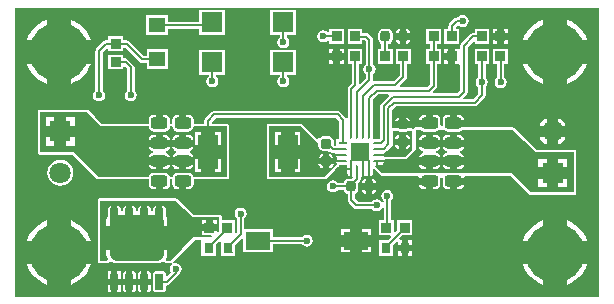
<source format=gtl>
G04*
G04 #@! TF.GenerationSoftware,Altium Limited,Altium Designer,19.1.6 (110)*
G04*
G04 Layer_Physical_Order=1*
G04 Layer_Color=255*
%FSLAX43Y43*%
%MOMM*%
G71*
G01*
G75*
%ADD11C,0.200*%
%ADD35R,2.150X1.500*%
G04:AMPARAMS|DCode=36|XSize=4.52mm|YSize=3.85mm|CornerRadius=0.481mm|HoleSize=0mm|Usage=FLASHONLY|Rotation=180.000|XOffset=0mm|YOffset=0mm|HoleType=Round|Shape=RoundedRectangle|*
%AMROUNDEDRECTD36*
21,1,4.520,2.888,0,0,180.0*
21,1,3.558,3.850,0,0,180.0*
1,1,0.963,-1.779,1.444*
1,1,0.963,1.779,1.444*
1,1,0.963,1.779,-1.444*
1,1,0.963,-1.779,-1.444*
%
%ADD36ROUNDEDRECTD36*%
G04:AMPARAMS|DCode=37|XSize=0.71mm|YSize=1.372mm|CornerRadius=0.089mm|HoleSize=0mm|Usage=FLASHONLY|Rotation=180.000|XOffset=0mm|YOffset=0mm|HoleType=Round|Shape=RoundedRectangle|*
%AMROUNDEDRECTD37*
21,1,0.710,1.195,0,0,180.0*
21,1,0.532,1.372,0,0,180.0*
1,1,0.178,-0.266,0.597*
1,1,0.178,0.266,0.597*
1,1,0.178,0.266,-0.597*
1,1,0.178,-0.266,-0.597*
%
%ADD37ROUNDEDRECTD37*%
%ADD38R,0.710X1.372*%
%ADD39R,1.800X1.700*%
%ADD40R,0.850X0.900*%
%ADD41R,1.750X3.000*%
%ADD42R,1.650X1.650*%
G04:AMPARAMS|DCode=43|XSize=0.25mm|YSize=0.7mm|CornerRadius=0.063mm|HoleSize=0mm|Usage=FLASHONLY|Rotation=0.000|XOffset=0mm|YOffset=0mm|HoleType=Round|Shape=RoundedRectangle|*
%AMROUNDEDRECTD43*
21,1,0.250,0.575,0,0,0.0*
21,1,0.125,0.700,0,0,0.0*
1,1,0.125,0.063,-0.288*
1,1,0.125,-0.063,-0.288*
1,1,0.125,-0.063,0.288*
1,1,0.125,0.063,0.288*
%
%ADD43ROUNDEDRECTD43*%
G04:AMPARAMS|DCode=44|XSize=0.25mm|YSize=0.7mm|CornerRadius=0.063mm|HoleSize=0mm|Usage=FLASHONLY|Rotation=90.000|XOffset=0mm|YOffset=0mm|HoleType=Round|Shape=RoundedRectangle|*
%AMROUNDEDRECTD44*
21,1,0.250,0.575,0,0,90.0*
21,1,0.125,0.700,0,0,90.0*
1,1,0.125,0.288,0.063*
1,1,0.125,0.288,-0.063*
1,1,0.125,-0.288,-0.063*
1,1,0.125,-0.288,0.063*
%
%ADD44ROUNDEDRECTD44*%
%ADD45R,0.700X0.250*%
G04:AMPARAMS|DCode=46|XSize=1.4mm|YSize=1mm|CornerRadius=0.25mm|HoleSize=0mm|Usage=FLASHONLY|Rotation=180.000|XOffset=0mm|YOffset=0mm|HoleType=Round|Shape=RoundedRectangle|*
%AMROUNDEDRECTD46*
21,1,1.400,0.500,0,0,180.0*
21,1,0.900,1.000,0,0,180.0*
1,1,0.500,-0.450,0.250*
1,1,0.500,0.450,0.250*
1,1,0.500,0.450,-0.250*
1,1,0.500,-0.450,-0.250*
%
%ADD46ROUNDEDRECTD46*%
G04:AMPARAMS|DCode=47|XSize=0.9mm|YSize=0.8mm|CornerRadius=0.2mm|HoleSize=0mm|Usage=FLASHONLY|Rotation=180.000|XOffset=0mm|YOffset=0mm|HoleType=Round|Shape=RoundedRectangle|*
%AMROUNDEDRECTD47*
21,1,0.900,0.400,0,0,180.0*
21,1,0.500,0.800,0,0,180.0*
1,1,0.400,-0.250,0.200*
1,1,0.400,0.250,0.200*
1,1,0.400,0.250,-0.200*
1,1,0.400,-0.250,-0.200*
%
%ADD47ROUNDEDRECTD47*%
G04:AMPARAMS|DCode=48|XSize=0.9mm|YSize=0.8mm|CornerRadius=0.2mm|HoleSize=0mm|Usage=FLASHONLY|Rotation=90.000|XOffset=0mm|YOffset=0mm|HoleType=Round|Shape=RoundedRectangle|*
%AMROUNDEDRECTD48*
21,1,0.900,0.400,0,0,90.0*
21,1,0.500,0.800,0,0,90.0*
1,1,0.400,0.200,0.250*
1,1,0.400,0.200,-0.250*
1,1,0.400,-0.200,-0.250*
1,1,0.400,-0.200,0.250*
%
%ADD48ROUNDEDRECTD48*%
%ADD49R,0.900X0.850*%
%ADD50R,1.400X1.300*%
%ADD51R,0.800X0.950*%
%ADD52C,1.800*%
%ADD53R,1.800X1.800*%
%ADD54C,5.000*%
%ADD55C,0.600*%
G36*
X49745Y255D02*
X255D01*
Y24745D01*
X49745D01*
Y255D01*
D02*
G37*
%LPC*%
G36*
X38200Y24110D02*
X38005Y24071D01*
X37840Y23960D01*
X37803Y23906D01*
X37700D01*
X37700Y23906D01*
X37583Y23883D01*
X37484Y23816D01*
X37059Y23391D01*
X36992Y23292D01*
X36969Y23175D01*
X36969Y23175D01*
Y22950D01*
X36650D01*
Y21650D01*
X37900D01*
Y22950D01*
X37650D01*
X37610Y23077D01*
X37778Y23246D01*
X37840Y23240D01*
X38005Y23129D01*
X38200Y23090D01*
X38395Y23129D01*
X38560Y23240D01*
X38671Y23405D01*
X38710Y23600D01*
X38671Y23795D01*
X38560Y23960D01*
X38395Y24071D01*
X38200Y24110D01*
D02*
G37*
G36*
X18100Y24550D02*
X15900D01*
Y23556D01*
X13200D01*
Y24100D01*
X11400D01*
Y22400D01*
X13200D01*
Y22944D01*
X15900D01*
Y22450D01*
X18100D01*
Y24550D01*
D02*
G37*
G36*
X28150Y22950D02*
X26900D01*
Y22680D01*
X26773Y22642D01*
X26760Y22660D01*
X26595Y22771D01*
X26400Y22810D01*
X26205Y22771D01*
X26040Y22660D01*
X25929Y22495D01*
X25890Y22300D01*
X25929Y22105D01*
X26040Y21940D01*
X26205Y21829D01*
X26400Y21790D01*
X26595Y21829D01*
X26760Y21940D01*
X26773Y21958D01*
X26900Y21920D01*
Y21650D01*
X28150D01*
Y22950D01*
D02*
G37*
G36*
X42000D02*
X41675D01*
Y22600D01*
X42000D01*
Y22950D01*
D02*
G37*
G36*
X41075D02*
X40750D01*
Y22600D01*
X41075D01*
Y22950D01*
D02*
G37*
G36*
X33415Y22945D02*
Y22565D01*
X33755D01*
X33727Y22706D01*
X33638Y22838D01*
X33506Y22927D01*
X33415Y22945D01*
D02*
G37*
G36*
X32885D02*
X32794Y22927D01*
X32662Y22838D01*
X32573Y22706D01*
X32545Y22565D01*
X32885D01*
Y22945D01*
D02*
G37*
G36*
X47000Y23725D02*
Y22000D01*
X48725D01*
X48592Y22321D01*
X48353Y22710D01*
X48057Y23057D01*
X47710Y23353D01*
X47321Y23592D01*
X47000Y23725D01*
D02*
G37*
G36*
X45000D02*
X44679Y23592D01*
X44290Y23353D01*
X43943Y23057D01*
X43647Y22710D01*
X43408Y22321D01*
X43275Y22000D01*
X45000D01*
Y23725D01*
D02*
G37*
G36*
X5000D02*
Y22000D01*
X6725D01*
X6592Y22321D01*
X6353Y22710D01*
X6057Y23057D01*
X5710Y23353D01*
X5321Y23592D01*
X5000Y23725D01*
D02*
G37*
G36*
X3000D02*
X2679Y23592D01*
X2290Y23353D01*
X1943Y23057D01*
X1647Y22710D01*
X1408Y22321D01*
X1275Y22000D01*
X3000D01*
Y23725D01*
D02*
G37*
G36*
X9450Y22300D02*
X8150D01*
Y21981D01*
X8008D01*
X8008Y21981D01*
X7891Y21958D01*
X7791Y21891D01*
X7791Y21891D01*
X7184Y21284D01*
X7117Y21184D01*
X7094Y21067D01*
X7094Y21067D01*
Y17697D01*
X7040Y17660D01*
X6929Y17495D01*
X6890Y17300D01*
X6929Y17105D01*
X7040Y16940D01*
X7205Y16829D01*
X7400Y16790D01*
X7595Y16829D01*
X7760Y16940D01*
X7871Y17105D01*
X7910Y17300D01*
X7871Y17495D01*
X7760Y17660D01*
X7706Y17697D01*
Y20941D01*
X8023Y21258D01*
X8150Y21205D01*
Y21050D01*
X9450D01*
Y21350D01*
X9617D01*
X10834Y20134D01*
X10933Y20067D01*
X11050Y20044D01*
X11450D01*
Y19500D01*
X13250D01*
Y21200D01*
X11450D01*
Y20656D01*
X11177D01*
X9960Y21872D01*
X9861Y21938D01*
X9744Y21962D01*
X9744Y21962D01*
X9450D01*
Y22300D01*
D02*
G37*
G36*
X33755Y22035D02*
X33415D01*
Y21655D01*
X33506Y21673D01*
X33638Y21762D01*
X33727Y21894D01*
X33755Y22035D01*
D02*
G37*
G36*
X32885D02*
X32545D01*
X32573Y21894D01*
X32662Y21762D01*
X32794Y21673D01*
X32885Y21655D01*
Y22035D01*
D02*
G37*
G36*
X42000Y22000D02*
X41675D01*
Y21650D01*
X42000D01*
Y22000D01*
D02*
G37*
G36*
X41075D02*
X40750D01*
Y21650D01*
X41075D01*
Y22000D01*
D02*
G37*
G36*
X24100Y24550D02*
X21900D01*
Y22450D01*
X22694D01*
Y22197D01*
X22640Y22160D01*
X22529Y21995D01*
X22490Y21800D01*
X22529Y21605D01*
X22640Y21440D01*
X22805Y21329D01*
X23000Y21290D01*
X23195Y21329D01*
X23360Y21440D01*
X23471Y21605D01*
X23510Y21800D01*
X23471Y21995D01*
X23360Y22160D01*
X23306Y22197D01*
Y22450D01*
X24100D01*
Y24550D01*
D02*
G37*
G36*
X28150Y21250D02*
X27825D01*
Y20900D01*
X28150D01*
Y21250D01*
D02*
G37*
G36*
X27225D02*
X26900D01*
Y20900D01*
X27225D01*
Y21250D01*
D02*
G37*
G36*
X36975D02*
X36650D01*
Y20900D01*
X36975D01*
Y21250D01*
D02*
G37*
G36*
X31850Y22958D02*
X31450D01*
X31294Y22927D01*
X31162Y22838D01*
X31073Y22706D01*
X31042Y22550D01*
Y22050D01*
X31073Y21894D01*
X31162Y21761D01*
X31294Y21673D01*
X31294Y21673D01*
Y21250D01*
X31000D01*
Y19950D01*
X32250D01*
Y21250D01*
X31906D01*
Y21653D01*
X32006Y21673D01*
X32138Y21761D01*
X32227Y21894D01*
X32258Y22050D01*
Y22550D01*
X32227Y22706D01*
X32138Y22838D01*
X32006Y22927D01*
X31850Y22958D01*
D02*
G37*
G36*
X28150Y20300D02*
X27825D01*
Y19950D01*
X28150D01*
Y20300D01*
D02*
G37*
G36*
X27225D02*
X26900D01*
Y19950D01*
X27225D01*
Y20300D01*
D02*
G37*
G36*
X36975D02*
X36650D01*
Y19950D01*
X36975D01*
Y20300D01*
D02*
G37*
G36*
X48725Y20000D02*
X47000D01*
Y18275D01*
X47321Y18408D01*
X47710Y18647D01*
X48057Y18943D01*
X48353Y19290D01*
X48592Y19679D01*
X48725Y20000D01*
D02*
G37*
G36*
X45000D02*
X43275D01*
X43408Y19679D01*
X43647Y19290D01*
X43943Y18943D01*
X44290Y18647D01*
X44679Y18408D01*
X45000Y18275D01*
Y20000D01*
D02*
G37*
G36*
X6725D02*
X5000D01*
Y18275D01*
X5321Y18408D01*
X5710Y18647D01*
X6057Y18943D01*
X6353Y19290D01*
X6592Y19679D01*
X6725Y20000D01*
D02*
G37*
G36*
X3000D02*
X1275D01*
X1408Y19679D01*
X1647Y19290D01*
X1943Y18943D01*
X2290Y18647D01*
X2679Y18408D01*
X3000Y18275D01*
Y20000D01*
D02*
G37*
G36*
X24100Y21150D02*
X21900D01*
Y19050D01*
X22694D01*
Y18897D01*
X22640Y18860D01*
X22529Y18695D01*
X22490Y18500D01*
X22529Y18305D01*
X22640Y18140D01*
X22805Y18029D01*
X23000Y17990D01*
X23195Y18029D01*
X23360Y18140D01*
X23471Y18305D01*
X23510Y18500D01*
X23471Y18695D01*
X23360Y18860D01*
X23306Y18897D01*
Y19050D01*
X24100D01*
Y21150D01*
D02*
G37*
G36*
X18100D02*
X15900D01*
Y19050D01*
X16694D01*
Y18897D01*
X16640Y18860D01*
X16529Y18695D01*
X16490Y18500D01*
X16529Y18305D01*
X16640Y18140D01*
X16805Y18029D01*
X17000Y17990D01*
X17195Y18029D01*
X17360Y18140D01*
X17471Y18305D01*
X17510Y18500D01*
X17471Y18695D01*
X17360Y18860D01*
X17306Y18897D01*
Y19050D01*
X18100D01*
Y21150D01*
D02*
G37*
G36*
X42000Y21250D02*
X40750D01*
Y19950D01*
X41094D01*
Y18797D01*
X41040Y18760D01*
X40929Y18595D01*
X40890Y18400D01*
X40929Y18205D01*
X41040Y18040D01*
X41205Y17929D01*
X41400Y17890D01*
X41595Y17929D01*
X41760Y18040D01*
X41871Y18205D01*
X41910Y18400D01*
X41871Y18595D01*
X41760Y18760D01*
X41706Y18797D01*
Y19950D01*
X42000D01*
Y21250D01*
D02*
G37*
G36*
X40450Y22950D02*
X39200D01*
Y22606D01*
X39100D01*
X38983Y22583D01*
X38884Y22516D01*
X38084Y21716D01*
X38017Y21617D01*
X37994Y21500D01*
X37994Y21500D01*
Y21329D01*
X37900Y21250D01*
X37867Y21250D01*
X37575D01*
Y20600D01*
Y19950D01*
X37867D01*
X37900Y19950D01*
X37994Y19871D01*
Y17759D01*
X37741Y17506D01*
X35704D01*
X35656Y17623D01*
X35941Y17909D01*
X35941Y17909D01*
X36008Y18008D01*
X36031Y18125D01*
Y19950D01*
X36350D01*
Y21250D01*
X36031D01*
Y21650D01*
X36350D01*
Y22950D01*
X35100D01*
Y21650D01*
X35419D01*
Y21250D01*
X35100D01*
Y19950D01*
X35419D01*
Y18252D01*
X35173Y18006D01*
X32904D01*
X32856Y18123D01*
X33391Y18659D01*
X33458Y18758D01*
X33481Y18875D01*
X33481Y18875D01*
Y19950D01*
X33800D01*
Y21250D01*
X32550D01*
Y19950D01*
X32869D01*
Y19002D01*
X32373Y18506D01*
X30717D01*
X30678Y18527D01*
X30627Y18578D01*
X30606Y18617D01*
Y19103D01*
X30660Y19140D01*
X30771Y19305D01*
X30810Y19500D01*
X30771Y19695D01*
X30660Y19860D01*
X30606Y19897D01*
Y22000D01*
X30583Y22117D01*
X30516Y22216D01*
X30241Y22491D01*
X30142Y22558D01*
X30025Y22581D01*
X30025Y22581D01*
X29700D01*
Y22950D01*
X28450D01*
Y21650D01*
X29700D01*
Y21969D01*
X29898D01*
X29994Y21873D01*
Y19897D01*
X29940Y19860D01*
X29829Y19695D01*
X29790Y19500D01*
X29829Y19305D01*
X29940Y19140D01*
X29994Y19103D01*
Y18727D01*
X29533Y18265D01*
X29406Y18318D01*
Y19950D01*
X29700D01*
Y21250D01*
X28450D01*
Y19950D01*
X28794D01*
Y18327D01*
X28534Y18066D01*
X28467Y17967D01*
X28444Y17850D01*
X28444Y17850D01*
Y15411D01*
X28430Y15406D01*
X28317Y15390D01*
X28266Y15466D01*
X27816Y15916D01*
X27717Y15983D01*
X27600Y16006D01*
X27600Y16006D01*
X17175D01*
X17058Y15983D01*
X16959Y15916D01*
X16959Y15916D01*
X16409Y15366D01*
X16342Y15267D01*
X16319Y15150D01*
X16319Y15150D01*
Y14904D01*
X15409D01*
Y15200D01*
X15374Y15376D01*
X15274Y15524D01*
X15126Y15624D01*
X14950Y15659D01*
X14800D01*
Y14950D01*
X14200D01*
Y15659D01*
X14050D01*
X13874Y15624D01*
X13726Y15524D01*
X13626Y15376D01*
X13591Y15200D01*
Y14904D01*
X13409D01*
Y15200D01*
X13374Y15376D01*
X13274Y15524D01*
X13126Y15624D01*
X12950Y15659D01*
X12800D01*
Y14950D01*
X12200D01*
Y15659D01*
X12050D01*
X11874Y15624D01*
X11726Y15524D01*
X11626Y15376D01*
X11591Y15200D01*
Y14904D01*
X7581D01*
X6551Y16037D01*
X6547Y16040D01*
X6544Y16044D01*
X6515Y16064D01*
X6487Y16084D01*
X6482Y16086D01*
X6478Y16088D01*
X6444Y16095D01*
X6410Y16104D01*
X6405Y16103D01*
X6400Y16104D01*
X2400D01*
X2322Y16088D01*
X2256Y16044D01*
X2212Y15978D01*
X2196Y15900D01*
Y12500D01*
X2212Y12422D01*
X2256Y12356D01*
X2322Y12312D01*
X2400Y12296D01*
X5118D01*
X7259Y10252D01*
X7291Y10232D01*
X7322Y10212D01*
X7324Y10211D01*
X7326Y10210D01*
X7363Y10203D01*
X7400Y10196D01*
X11591D01*
Y9800D01*
X11626Y9624D01*
X11726Y9476D01*
X11874Y9376D01*
X12050Y9341D01*
X12200D01*
Y10050D01*
X12800D01*
Y9341D01*
X12950D01*
X13126Y9376D01*
X13274Y9476D01*
X13374Y9624D01*
X13409Y9800D01*
Y10196D01*
X13591D01*
Y9800D01*
X13626Y9624D01*
X13726Y9476D01*
X13874Y9376D01*
X14050Y9341D01*
X14200D01*
Y10050D01*
X14800D01*
Y9341D01*
X14950D01*
X15126Y9376D01*
X15274Y9476D01*
X15374Y9624D01*
X15409Y9800D01*
Y10196D01*
X18200D01*
X18278Y10212D01*
X18344Y10256D01*
X18388Y10322D01*
X18404Y10400D01*
Y14700D01*
X18388Y14778D01*
X18344Y14844D01*
X18278Y14888D01*
X18200Y14904D01*
X16949D01*
X16938Y15031D01*
X17302Y15394D01*
X27473D01*
X27744Y15123D01*
Y13575D01*
X27500D01*
Y13056D01*
X27331D01*
X27283Y13104D01*
Y13425D01*
X27252Y13581D01*
X27163Y13713D01*
X27031Y13802D01*
X26875Y13833D01*
X26375D01*
X26219Y13802D01*
X26086Y13713D01*
X26059Y13672D01*
X25892Y13651D01*
X24559Y14852D01*
X24529Y14869D01*
X24500Y14888D01*
X24495Y14889D01*
X24490Y14892D01*
X24456Y14897D01*
X24422Y14904D01*
X21800Y14904D01*
X21722Y14888D01*
X21656Y14844D01*
X21612Y14778D01*
X21596Y14700D01*
Y10400D01*
X21612Y10322D01*
X21656Y10256D01*
X21722Y10212D01*
X21800Y10196D01*
X26456Y10196D01*
X26491Y10203D01*
X26527Y10209D01*
X26530Y10211D01*
X26534Y10212D01*
X26564Y10232D01*
X26595Y10251D01*
X27239Y10851D01*
X27241Y10854D01*
X27244Y10856D01*
X27369Y10981D01*
X27386Y11006D01*
X27390Y11010D01*
X27394Y11014D01*
X27419Y11031D01*
X27641Y11252D01*
X27644Y11254D01*
X27652Y11267D01*
X27663Y11277D01*
X27687Y11309D01*
X27700Y11337D01*
X27716Y11364D01*
X27737Y11425D01*
X27763Y11420D01*
X28307D01*
X28372Y11372D01*
X28420Y11307D01*
Y11150D01*
X28750D01*
Y11050D01*
X28850D01*
Y10453D01*
X28893Y10405D01*
X28894Y10375D01*
X28781Y10258D01*
X28550D01*
X28394Y10227D01*
X28262Y10138D01*
X28173Y10006D01*
X28153Y9906D01*
X27597D01*
X27560Y9960D01*
X27395Y10071D01*
X27200Y10110D01*
X27005Y10071D01*
X26840Y9960D01*
X26729Y9795D01*
X26690Y9600D01*
X26729Y9405D01*
X26840Y9240D01*
X27005Y9129D01*
X27200Y9090D01*
X27395Y9129D01*
X27560Y9240D01*
X27597Y9294D01*
X28153D01*
X28173Y9194D01*
X28262Y9062D01*
X28394Y8973D01*
X28444Y8963D01*
Y8450D01*
X28444Y8450D01*
X28467Y8333D01*
X28534Y8234D01*
X28984Y7784D01*
X29083Y7717D01*
X29200Y7694D01*
X29200Y7694D01*
X30503D01*
X30540Y7640D01*
X30705Y7529D01*
X30900Y7490D01*
X31095Y7529D01*
X31260Y7640D01*
X31367Y7799D01*
X31377Y7801D01*
X31494Y7758D01*
Y6750D01*
X31100D01*
Y5450D01*
X32051D01*
X32100Y5333D01*
X31842Y5075D01*
X31075D01*
Y3725D01*
X32275D01*
Y4642D01*
X32598Y4965D01*
X32725Y4913D01*
Y4665D01*
X33060D01*
Y5075D01*
X32887D01*
X32835Y5202D01*
X33083Y5450D01*
X33900D01*
Y6750D01*
X32650D01*
Y5883D01*
X32467Y5700D01*
X32350Y5749D01*
Y6750D01*
X32106D01*
Y8403D01*
X32160Y8440D01*
X32271Y8605D01*
X32310Y8800D01*
X32271Y8995D01*
X32160Y9160D01*
X31995Y9271D01*
X31800Y9310D01*
X31605Y9271D01*
X31440Y9160D01*
X31329Y8995D01*
X31290Y8800D01*
X31329Y8605D01*
X31440Y8440D01*
X31494Y8403D01*
Y8242D01*
X31377Y8199D01*
X31367Y8201D01*
X31260Y8360D01*
X31095Y8471D01*
X30900Y8510D01*
X30705Y8471D01*
X30540Y8360D01*
X30503Y8306D01*
X29327D01*
X29056Y8577D01*
Y8963D01*
X29106Y8973D01*
X29238Y9062D01*
X29327Y9194D01*
X29358Y9350D01*
Y9850D01*
X29353Y9875D01*
X29466Y9988D01*
X29466Y9988D01*
X29533Y10087D01*
X29556Y10204D01*
Y10394D01*
X29650Y10469D01*
Y11050D01*
X29850D01*
Y10502D01*
X29915Y10515D01*
X30000Y10572D01*
X30085Y10515D01*
X30150Y10502D01*
Y11050D01*
X30350D01*
Y10502D01*
X30415Y10515D01*
X30502Y10573D01*
X30560Y10660D01*
X30580Y10762D01*
Y11052D01*
X30707Y11104D01*
X31256Y10556D01*
X31322Y10512D01*
X31400Y10496D01*
X34401D01*
X34505Y10369D01*
X34501Y10350D01*
X35400D01*
Y10050D01*
X35700D01*
Y9341D01*
X35850D01*
X36026Y9376D01*
X36174Y9476D01*
X36274Y9624D01*
X36309Y9800D01*
Y10300D01*
X36400Y10381D01*
X36458Y10329D01*
X36491Y10274D01*
Y9800D01*
X36526Y9624D01*
X36626Y9476D01*
X36774Y9376D01*
X36950Y9341D01*
X37100D01*
Y10050D01*
X37400D01*
Y10350D01*
X38299D01*
X38295Y10369D01*
X38399Y10496D01*
X42312D01*
X43751Y8961D01*
X43754Y8959D01*
X43756Y8956D01*
X43786Y8935D01*
X43816Y8914D01*
X43819Y8913D01*
X43822Y8912D01*
X43858Y8904D01*
X43893Y8896D01*
X43897Y8897D01*
X43900Y8896D01*
X47600D01*
X47678Y8912D01*
X47744Y8956D01*
X47788Y9022D01*
X47804Y9100D01*
Y12500D01*
X47788Y12578D01*
X47744Y12644D01*
X47678Y12688D01*
X47600Y12704D01*
X44481D01*
X42540Y14548D01*
X42509Y14568D01*
X42478Y14588D01*
X42475Y14589D01*
X42473Y14590D01*
X42436Y14597D01*
X42400Y14604D01*
X38388D01*
X38350Y14650D01*
X37400D01*
Y14950D01*
X37100D01*
Y15659D01*
X36950D01*
X36774Y15624D01*
X36626Y15524D01*
X36526Y15376D01*
X36491Y15200D01*
Y14700D01*
X36482Y14689D01*
X36431D01*
X36309Y14812D01*
Y15200D01*
X36274Y15376D01*
X36174Y15524D01*
X36026Y15624D01*
X35850Y15659D01*
X35700D01*
Y14950D01*
X35400D01*
Y14650D01*
X34450D01*
X34412Y14604D01*
X34200D01*
X34122Y14588D01*
X34056Y14544D01*
X34012Y14478D01*
X33984Y14484D01*
X33978Y14488D01*
X33900Y14504D01*
X33829D01*
X33762Y14585D01*
X33100D01*
X32438D01*
X32371Y14504D01*
X32278D01*
X32206Y14563D01*
Y16073D01*
X32527Y16394D01*
X39200D01*
X39200Y16394D01*
X39317Y16417D01*
X39416Y16484D01*
X40041Y17109D01*
X40041Y17109D01*
X40108Y17208D01*
X40131Y17325D01*
X40131Y17325D01*
Y18020D01*
X40160Y18040D01*
X40271Y18205D01*
X40310Y18400D01*
X40271Y18595D01*
X40160Y18760D01*
X40131Y18780D01*
Y19950D01*
X40450D01*
Y21250D01*
X39200D01*
Y19950D01*
X39519D01*
Y18814D01*
X39440Y18760D01*
X39329Y18595D01*
X39290Y18400D01*
X39329Y18205D01*
X39440Y18040D01*
X39519Y17986D01*
Y17452D01*
X39073Y17006D01*
X38272D01*
X38223Y17123D01*
X38516Y17416D01*
X38583Y17516D01*
X38606Y17633D01*
Y21373D01*
X39083Y21850D01*
X39200Y21801D01*
Y21650D01*
X40450D01*
Y22950D01*
D02*
G37*
G36*
X9450Y20750D02*
X8150D01*
Y19500D01*
X9450D01*
Y19750D01*
X9577Y19790D01*
X9794Y19573D01*
Y17697D01*
X9740Y17660D01*
X9629Y17495D01*
X9590Y17300D01*
X9629Y17105D01*
X9740Y16940D01*
X9905Y16829D01*
X10100Y16790D01*
X10295Y16829D01*
X10460Y16940D01*
X10571Y17105D01*
X10610Y17300D01*
X10571Y17495D01*
X10460Y17660D01*
X10406Y17697D01*
Y19700D01*
X10383Y19817D01*
X10316Y19916D01*
X9891Y20341D01*
X9792Y20408D01*
X9675Y20431D01*
X9675Y20431D01*
X9450D01*
Y20750D01*
D02*
G37*
G36*
X37850Y15659D02*
X37700D01*
Y15250D01*
X38299D01*
X38274Y15376D01*
X38174Y15524D01*
X38026Y15624D01*
X37850Y15659D01*
D02*
G37*
G36*
X35100D02*
X34950D01*
X34774Y15624D01*
X34626Y15524D01*
X34526Y15376D01*
X34501Y15250D01*
X35100D01*
Y15659D01*
D02*
G37*
G36*
X33365Y15455D02*
Y15115D01*
X33745D01*
X33727Y15206D01*
X33638Y15338D01*
X33506Y15427D01*
X33365Y15455D01*
D02*
G37*
G36*
X32835D02*
X32694Y15427D01*
X32561Y15338D01*
X32473Y15206D01*
X32455Y15115D01*
X32835D01*
Y15455D01*
D02*
G37*
G36*
X46300Y15342D02*
Y14750D01*
X46892D01*
X46848Y14855D01*
X46656Y15106D01*
X46405Y15298D01*
X46300Y15342D01*
D02*
G37*
G36*
X45300D02*
X45195Y15298D01*
X44944Y15106D01*
X44752Y14855D01*
X44708Y14750D01*
X45300D01*
Y15342D01*
D02*
G37*
G36*
X46892Y13750D02*
X46300D01*
Y13158D01*
X46405Y13202D01*
X46656Y13394D01*
X46848Y13645D01*
X46892Y13750D01*
D02*
G37*
G36*
X45300D02*
X44708D01*
X44752Y13645D01*
X44944Y13394D01*
X45195Y13202D01*
X45300Y13158D01*
Y13750D01*
D02*
G37*
G36*
X28650Y10950D02*
X28420D01*
Y10762D01*
X28440Y10660D01*
X28498Y10573D01*
X28585Y10515D01*
X28650Y10502D01*
Y10950D01*
D02*
G37*
G36*
X30515Y10245D02*
Y9865D01*
X30855D01*
X30827Y10006D01*
X30738Y10139D01*
X30606Y10227D01*
X30515Y10245D01*
D02*
G37*
G36*
X29985D02*
X29894Y10227D01*
X29762Y10139D01*
X29673Y10006D01*
X29645Y9865D01*
X29985D01*
Y10245D01*
D02*
G37*
G36*
X4125Y11859D02*
X3838Y11822D01*
X3570Y11711D01*
X3340Y11535D01*
X3164Y11305D01*
X3053Y11037D01*
X3016Y10750D01*
X3053Y10463D01*
X3164Y10195D01*
X3340Y9965D01*
X3570Y9789D01*
X3838Y9678D01*
X4125Y9641D01*
X4412Y9678D01*
X4680Y9789D01*
X4910Y9965D01*
X5086Y10195D01*
X5197Y10463D01*
X5234Y10750D01*
X5197Y11037D01*
X5086Y11305D01*
X4910Y11535D01*
X4680Y11711D01*
X4412Y11822D01*
X4125Y11859D01*
D02*
G37*
G36*
X38299Y9750D02*
X37700D01*
Y9341D01*
X37850D01*
X38026Y9376D01*
X38174Y9476D01*
X38274Y9624D01*
X38299Y9750D01*
D02*
G37*
G36*
X35100D02*
X34501D01*
X34526Y9624D01*
X34626Y9476D01*
X34774Y9376D01*
X34950Y9341D01*
X35100D01*
Y9750D01*
D02*
G37*
G36*
X30855Y9335D02*
X30515D01*
Y8955D01*
X30606Y8973D01*
X30738Y9062D01*
X30827Y9194D01*
X30855Y9335D01*
D02*
G37*
G36*
X29985D02*
X29645D01*
X29673Y9194D01*
X29762Y9062D01*
X29894Y8973D01*
X29985Y8955D01*
Y9335D01*
D02*
G37*
G36*
X30400Y5950D02*
X29625D01*
Y5500D01*
X30400D01*
Y5950D01*
D02*
G37*
G36*
X28625D02*
X27850D01*
Y5500D01*
X28625D01*
Y5950D01*
D02*
G37*
G36*
X47000Y6725D02*
Y5000D01*
X48725D01*
X48592Y5321D01*
X48353Y5710D01*
X48057Y6057D01*
X47710Y6353D01*
X47321Y6592D01*
X47000Y6725D01*
D02*
G37*
G36*
X45000D02*
X44679Y6592D01*
X44290Y6353D01*
X43943Y6057D01*
X43647Y5710D01*
X43408Y5321D01*
X43275Y5000D01*
X45000D01*
Y6725D01*
D02*
G37*
G36*
X5000D02*
Y5000D01*
X6725D01*
X6592Y5321D01*
X6353Y5710D01*
X6057Y6057D01*
X5710Y6353D01*
X5321Y6592D01*
X5000Y6725D01*
D02*
G37*
G36*
X3000D02*
X2679Y6592D01*
X2290Y6353D01*
X1943Y6057D01*
X1647Y5710D01*
X1408Y5321D01*
X1275Y5000D01*
X3000D01*
Y6725D01*
D02*
G37*
G36*
X33925Y5075D02*
X33590D01*
Y4665D01*
X33925D01*
Y5075D01*
D02*
G37*
G36*
X7500Y8604D02*
X7422Y8588D01*
X7356Y8544D01*
X7312Y8478D01*
X7296Y8400D01*
X7296Y3300D01*
X7312Y3222D01*
X7356Y3156D01*
X7422Y3112D01*
X7500Y3096D01*
X8084D01*
X8116Y3103D01*
X8149Y3107D01*
X8155Y3110D01*
X8162Y3112D01*
X8189Y3130D01*
X8218Y3147D01*
X8222Y3152D01*
X8228Y3156D01*
X8246Y3183D01*
X8266Y3210D01*
X8268Y3212D01*
X8288Y3231D01*
X8314Y3244D01*
X8322Y3246D01*
X8422Y3254D01*
X8478Y3211D01*
X8644Y3143D01*
X8821Y3119D01*
X12379D01*
X12557Y3143D01*
X12722Y3211D01*
X12779Y3254D01*
X12878Y3246D01*
X12886Y3244D01*
X12912Y3231D01*
X12933Y3212D01*
X12934Y3210D01*
X12954Y3183D01*
X12972Y3156D01*
X12978Y3152D01*
X12982Y3147D01*
X13011Y3130D01*
X13039Y3112D01*
X13045Y3110D01*
X13051Y3107D01*
X13084Y3103D01*
X13117Y3096D01*
X13474D01*
X13476Y3096D01*
X13478Y3096D01*
X13515Y3104D01*
X13552Y3112D01*
X13556Y3103D01*
X13568Y3052D01*
X13522Y2935D01*
X13429Y2795D01*
X13390Y2600D01*
X13429Y2405D01*
X13492Y2310D01*
X13183Y2000D01*
X13066Y2049D01*
Y2127D01*
X13043Y2240D01*
X12980Y2335D01*
X12884Y2399D01*
X12771Y2422D01*
X12239D01*
X12126Y2399D01*
X12031Y2335D01*
X11967Y2240D01*
X11944Y2127D01*
Y933D01*
X11967Y820D01*
X12031Y724D01*
X12126Y661D01*
X12239Y638D01*
X12771D01*
X12884Y661D01*
X12980Y724D01*
X13043Y820D01*
X13066Y933D01*
Y1136D01*
X13145Y1224D01*
X13262Y1247D01*
X13361Y1314D01*
X14116Y2069D01*
X14116Y2069D01*
X14183Y2168D01*
X14187Y2191D01*
X14260Y2240D01*
X14371Y2405D01*
X14410Y2600D01*
X14371Y2795D01*
X14260Y2960D01*
X14095Y3071D01*
X13900Y3110D01*
X13804Y3091D01*
X13687Y3100D01*
X13639Y3178D01*
X13646Y3184D01*
X15487Y5096D01*
X15957D01*
X16075Y5075D01*
Y3725D01*
X17275D01*
Y4642D01*
X17598Y4965D01*
X17725Y4913D01*
Y3725D01*
X18595D01*
X18625Y3719D01*
X18655Y3725D01*
X18925D01*
Y3995D01*
X18931Y4025D01*
X18925Y4055D01*
Y4642D01*
X19483Y5200D01*
X19600Y5151D01*
Y4050D01*
X22150D01*
Y4694D01*
X24603D01*
X24640Y4640D01*
X24805Y4529D01*
X25000Y4490D01*
X25195Y4529D01*
X25360Y4640D01*
X25471Y4805D01*
X25510Y5000D01*
X25471Y5195D01*
X25360Y5360D01*
X25195Y5471D01*
X25000Y5510D01*
X24805Y5471D01*
X24640Y5360D01*
X24603Y5306D01*
X22150D01*
Y5950D01*
X19706D01*
Y6903D01*
X19760Y6940D01*
X19871Y7105D01*
X19910Y7300D01*
X19871Y7495D01*
X19760Y7660D01*
X19595Y7771D01*
X19400Y7810D01*
X19205Y7771D01*
X19040Y7660D01*
X18929Y7495D01*
X18890Y7300D01*
X18929Y7105D01*
X19040Y6940D01*
X19094Y6903D01*
Y5689D01*
X19018Y5628D01*
X18900Y5680D01*
Y6750D01*
X17804D01*
Y7000D01*
X17788Y7078D01*
X17744Y7144D01*
X17678Y7188D01*
X17600Y7204D01*
X16600D01*
X15459Y7204D01*
X13977Y8551D01*
X13947Y8569D01*
X13918Y8588D01*
X13913Y8589D01*
X13909Y8592D01*
X13874Y8597D01*
X13840Y8604D01*
X7500Y8604D01*
D02*
G37*
G36*
X30400Y4500D02*
X29625D01*
Y4050D01*
X30400D01*
Y4500D01*
D02*
G37*
G36*
X28625D02*
X27850D01*
Y4050D01*
X28625D01*
Y4500D01*
D02*
G37*
G36*
X33925Y4135D02*
X33590D01*
Y3725D01*
X33925D01*
Y4135D01*
D02*
G37*
G36*
X33060D02*
X32725D01*
Y3725D01*
X33060D01*
Y4135D01*
D02*
G37*
G36*
X11501Y2422D02*
X11500D01*
Y1795D01*
X11796D01*
Y2127D01*
X11773Y2240D01*
X11710Y2335D01*
X11614Y2399D01*
X11501Y2422D01*
D02*
G37*
G36*
X10231D02*
X10230D01*
Y1795D01*
X10526D01*
Y2127D01*
X10503Y2240D01*
X10440Y2335D01*
X10344Y2399D01*
X10231Y2422D01*
D02*
G37*
G36*
X9250Y2416D02*
X8960D01*
Y1795D01*
X9250D01*
Y2416D01*
D02*
G37*
G36*
X8430D02*
X8140D01*
Y1795D01*
X8430D01*
Y2416D01*
D02*
G37*
G36*
X10970Y2422D02*
X10969D01*
X10856Y2399D01*
X10761Y2335D01*
X10697Y2240D01*
X10674Y2127D01*
Y1795D01*
X10970D01*
Y2422D01*
D02*
G37*
G36*
X9700D02*
X9699D01*
X9586Y2399D01*
X9491Y2335D01*
X9427Y2240D01*
X9404Y2127D01*
Y1795D01*
X9700D01*
Y2422D01*
D02*
G37*
G36*
X48725Y3000D02*
X47000D01*
Y1275D01*
X47321Y1408D01*
X47710Y1647D01*
X48057Y1943D01*
X48353Y2290D01*
X48592Y2679D01*
X48725Y3000D01*
D02*
G37*
G36*
X45000D02*
X43275D01*
X43408Y2679D01*
X43647Y2290D01*
X43943Y1943D01*
X44290Y1647D01*
X44679Y1408D01*
X45000Y1275D01*
Y3000D01*
D02*
G37*
G36*
X6725D02*
X5000D01*
Y1275D01*
X5321Y1408D01*
X5710Y1647D01*
X6057Y1943D01*
X6353Y2290D01*
X6592Y2679D01*
X6725Y3000D01*
D02*
G37*
G36*
X3000D02*
X1275D01*
X1408Y2679D01*
X1647Y2290D01*
X1943Y1943D01*
X2290Y1647D01*
X2679Y1408D01*
X3000Y1275D01*
Y3000D01*
D02*
G37*
G36*
X9250Y1265D02*
X8960D01*
Y644D01*
X9250D01*
Y1265D01*
D02*
G37*
G36*
X8430D02*
X8140D01*
Y644D01*
X8430D01*
Y1265D01*
D02*
G37*
G36*
X11796D02*
X11500D01*
Y638D01*
X11501D01*
X11614Y661D01*
X11710Y724D01*
X11773Y820D01*
X11796Y933D01*
Y1265D01*
D02*
G37*
G36*
X10970D02*
X10674D01*
Y933D01*
X10697Y820D01*
X10761Y724D01*
X10856Y661D01*
X10969Y638D01*
X10970D01*
Y1265D01*
D02*
G37*
G36*
X10526D02*
X10230D01*
Y638D01*
X10231D01*
X10344Y661D01*
X10440Y724D01*
X10503Y820D01*
X10526Y933D01*
Y1265D01*
D02*
G37*
G36*
X9700D02*
X9404D01*
Y933D01*
X9427Y820D01*
X9491Y724D01*
X9586Y661D01*
X9699Y638D01*
X9700D01*
Y1265D01*
D02*
G37*
%LPD*%
G36*
X33900Y12700D02*
X33300Y12100D01*
X31577D01*
X31536Y12150D01*
X30950D01*
Y12350D01*
X31501D01*
X31518Y12436D01*
X31591Y12482D01*
X31642Y12492D01*
X31741Y12559D01*
X32116Y12934D01*
X32116Y12934D01*
X32130Y12954D01*
X32278Y13081D01*
Y14300D01*
X32654D01*
X32694Y14273D01*
X32850Y14242D01*
X33350D01*
X33506Y14273D01*
X33546Y14300D01*
X33900D01*
Y12700D01*
D02*
G37*
G36*
X44400Y12500D02*
X47600D01*
Y9100D01*
X43900D01*
X42400Y10700D01*
X38061D01*
X38026Y10724D01*
X37850Y10759D01*
X36950D01*
X36774Y10724D01*
X36739Y10700D01*
X36061D01*
X36026Y10724D01*
X35850Y10759D01*
X34950D01*
X34774Y10724D01*
X34739Y10700D01*
X31400D01*
X30797Y11303D01*
X30846Y11420D01*
X30850D01*
Y11750D01*
X30950D01*
Y11850D01*
X31556D01*
X31618Y11896D01*
X33300D01*
X33300Y11896D01*
X33378Y11912D01*
X33444Y11956D01*
X33588Y12100D01*
X33600D01*
X34200Y12700D01*
X34200Y14400D01*
X34609D01*
X34626Y14376D01*
X34774Y14276D01*
X34950Y14241D01*
X35850D01*
X36026Y14276D01*
X36174Y14376D01*
X36191Y14400D01*
X36609D01*
X36626Y14376D01*
X36774Y14276D01*
X36950Y14241D01*
X37850D01*
X38026Y14276D01*
X38174Y14376D01*
X38191Y14400D01*
X42400D01*
X44400Y12500D01*
D02*
G37*
G36*
X31944Y17277D02*
X31284Y16616D01*
X31217Y16517D01*
X31194Y16400D01*
X31194Y16400D01*
Y13627D01*
X31148Y13580D01*
X30693D01*
X30628Y13628D01*
X30580Y13693D01*
Y14238D01*
X30560Y14340D01*
X30556Y14346D01*
Y16923D01*
X31027Y17394D01*
X31896D01*
X31944Y17277D01*
D02*
G37*
G36*
X24422Y14700D02*
X25967Y13310D01*
Y13025D01*
X25998Y12869D01*
X26086Y12737D01*
X26219Y12648D01*
X26375Y12617D01*
X26736D01*
X26873Y12494D01*
X27046D01*
X27087Y12467D01*
X27204Y12444D01*
X27394D01*
X27469Y12350D01*
X28050D01*
Y12150D01*
X27502D01*
X27515Y12085D01*
X27572Y12000D01*
X27515Y11915D01*
X27502Y11850D01*
X28050D01*
Y11650D01*
X27502D01*
X27515Y11585D01*
X27555Y11525D01*
X27523Y11430D01*
X27499Y11398D01*
X27498Y11398D01*
X27275Y11175D01*
X27176Y11256D01*
X27252Y11369D01*
X27270Y11460D01*
X26890D01*
Y11120D01*
X27031Y11148D01*
X27144Y11224D01*
X27225Y11125D01*
X27100Y11000D01*
X26456Y10400D01*
X21800Y10400D01*
Y14700D01*
X24422Y14700D01*
D02*
G37*
G36*
X7491Y14700D02*
X11591D01*
X11626Y14524D01*
X11726Y14376D01*
X11874Y14276D01*
X12050Y14241D01*
X12950D01*
X13126Y14276D01*
X13274Y14376D01*
X13374Y14524D01*
X13409Y14700D01*
X13591D01*
X13626Y14524D01*
X13726Y14376D01*
X13874Y14276D01*
X14050Y14241D01*
X14950D01*
X15126Y14276D01*
X15274Y14376D01*
X15374Y14524D01*
X15409Y14700D01*
X18200D01*
Y10400D01*
X15389D01*
X15374Y10476D01*
X15274Y10624D01*
X15126Y10724D01*
X14950Y10759D01*
X14050D01*
X13874Y10724D01*
X13726Y10624D01*
X13626Y10476D01*
X13611Y10400D01*
X13389D01*
X13374Y10476D01*
X13274Y10624D01*
X13126Y10724D01*
X12950Y10759D01*
X12050D01*
X11874Y10724D01*
X11726Y10624D01*
X11626Y10476D01*
X11611Y10400D01*
X7400D01*
X5200Y12500D01*
X2400D01*
Y15900D01*
X6400D01*
X7491Y14700D01*
D02*
G37*
%LPC*%
G36*
X33365Y13955D02*
Y13615D01*
X33745D01*
X33727Y13706D01*
X33638Y13838D01*
X33506Y13927D01*
X33365Y13955D01*
D02*
G37*
G36*
X32835D02*
X32694Y13927D01*
X32562Y13838D01*
X32473Y13706D01*
X32455Y13615D01*
X32835D01*
Y13955D01*
D02*
G37*
G36*
X33745Y13085D02*
X33365D01*
Y12745D01*
X33506Y12773D01*
X33638Y12862D01*
X33727Y12994D01*
X33745Y13085D01*
D02*
G37*
G36*
X32835D02*
X32455D01*
X32473Y12994D01*
X32562Y12862D01*
X32694Y12773D01*
X32835Y12745D01*
Y13085D01*
D02*
G37*
G36*
X37850Y13959D02*
X37700D01*
Y13550D01*
X38299D01*
X38274Y13676D01*
X38174Y13824D01*
X38026Y13924D01*
X37850Y13959D01*
D02*
G37*
G36*
X35850D02*
X35700D01*
Y13550D01*
X36299D01*
X36274Y13676D01*
X36174Y13824D01*
X36026Y13924D01*
X35850Y13959D01*
D02*
G37*
G36*
X37100D02*
X36950D01*
X36774Y13924D01*
X36626Y13824D01*
X36526Y13676D01*
X36501Y13550D01*
X37100D01*
Y13959D01*
D02*
G37*
G36*
X35100D02*
X34950D01*
X34774Y13924D01*
X34626Y13824D01*
X34526Y13676D01*
X34501Y13550D01*
X35100D01*
Y13959D01*
D02*
G37*
G36*
X38299Y12950D02*
X37400D01*
X36501D01*
X36526Y12824D01*
X36626Y12676D01*
X36774Y12576D01*
X36832Y12565D01*
Y12435D01*
X36774Y12424D01*
X36626Y12324D01*
X36526Y12176D01*
X36501Y12050D01*
X38299D01*
X38274Y12176D01*
X38174Y12324D01*
X38026Y12424D01*
X37968Y12435D01*
Y12565D01*
X38026Y12576D01*
X38174Y12676D01*
X38274Y12824D01*
X38299Y12950D01*
D02*
G37*
G36*
X36299D02*
X35400D01*
X34501D01*
X34526Y12824D01*
X34626Y12676D01*
X34774Y12576D01*
X34832Y12565D01*
Y12435D01*
X34774Y12424D01*
X34626Y12324D01*
X34526Y12176D01*
X34501Y12050D01*
X36299D01*
X36274Y12176D01*
X36174Y12324D01*
X36026Y12424D01*
X35968Y12435D01*
Y12565D01*
X36026Y12576D01*
X36174Y12676D01*
X36274Y12824D01*
X36299Y12950D01*
D02*
G37*
G36*
X31498Y11650D02*
X31050D01*
Y11420D01*
X31237D01*
X31340Y11440D01*
X31427Y11498D01*
X31485Y11585D01*
X31498Y11650D01*
D02*
G37*
G36*
X47000Y11950D02*
X46300D01*
Y11250D01*
X47000D01*
Y11950D01*
D02*
G37*
G36*
X45300D02*
X44600D01*
Y11250D01*
X45300D01*
Y11950D01*
D02*
G37*
G36*
X38299Y11450D02*
X37700D01*
Y11041D01*
X37850D01*
X38026Y11076D01*
X38174Y11176D01*
X38274Y11324D01*
X38299Y11450D01*
D02*
G37*
G36*
X37100D02*
X36501D01*
X36526Y11324D01*
X36626Y11176D01*
X36774Y11076D01*
X36950Y11041D01*
X37100D01*
Y11450D01*
D02*
G37*
G36*
X36299D02*
X35700D01*
Y11041D01*
X35850D01*
X36026Y11076D01*
X36174Y11176D01*
X36274Y11324D01*
X36299Y11450D01*
D02*
G37*
G36*
X35100D02*
X34501D01*
X34526Y11324D01*
X34626Y11176D01*
X34774Y11076D01*
X34950Y11041D01*
X35100D01*
Y11450D01*
D02*
G37*
G36*
X47000Y10250D02*
X46300D01*
Y9550D01*
X47000D01*
Y10250D01*
D02*
G37*
G36*
X45300D02*
X44600D01*
Y9550D01*
X45300D01*
Y10250D01*
D02*
G37*
G36*
X24450Y14200D02*
X23975D01*
Y13100D01*
X24450D01*
Y14200D01*
D02*
G37*
G36*
X22775D02*
X22300D01*
Y13100D01*
X22775D01*
Y14200D01*
D02*
G37*
G36*
X26890Y12330D02*
Y11990D01*
X27270D01*
X27252Y12081D01*
X27163Y12213D01*
X27031Y12302D01*
X26890Y12330D01*
D02*
G37*
G36*
X26360D02*
X26219Y12302D01*
X26087Y12213D01*
X25998Y12081D01*
X25980Y11990D01*
X26360D01*
Y12330D01*
D02*
G37*
G36*
Y11460D02*
X25980D01*
X25998Y11369D01*
X26087Y11237D01*
X26219Y11148D01*
X26360Y11120D01*
Y11460D01*
D02*
G37*
G36*
X24450Y11900D02*
X23975D01*
Y10800D01*
X24450D01*
Y11900D01*
D02*
G37*
G36*
X22775D02*
X22300D01*
Y10800D01*
X22775D01*
Y11900D01*
D02*
G37*
G36*
X5325Y15450D02*
X4625D01*
Y14750D01*
X5325D01*
Y15450D01*
D02*
G37*
G36*
X3625D02*
X2925D01*
Y14750D01*
X3625D01*
Y15450D01*
D02*
G37*
G36*
X14950Y13959D02*
X14800D01*
Y13550D01*
X15399D01*
X15374Y13676D01*
X15274Y13824D01*
X15126Y13924D01*
X14950Y13959D01*
D02*
G37*
G36*
X12950D02*
X12800D01*
Y13550D01*
X13399D01*
X13374Y13676D01*
X13274Y13824D01*
X13126Y13924D01*
X12950Y13959D01*
D02*
G37*
G36*
X14200D02*
X14050D01*
X13874Y13924D01*
X13726Y13824D01*
X13626Y13676D01*
X13601Y13550D01*
X14200D01*
Y13959D01*
D02*
G37*
G36*
X12200D02*
X12050D01*
X11874Y13924D01*
X11726Y13824D01*
X11626Y13676D01*
X11601Y13550D01*
X12200D01*
Y13959D01*
D02*
G37*
G36*
X17700Y14200D02*
X17225D01*
Y13100D01*
X17700D01*
Y14200D01*
D02*
G37*
G36*
X16025D02*
X15550D01*
Y13100D01*
X16025D01*
Y14200D01*
D02*
G37*
G36*
X5325Y13750D02*
X4625D01*
Y13050D01*
X5325D01*
Y13750D01*
D02*
G37*
G36*
X3625D02*
X2925D01*
Y13050D01*
X3625D01*
Y13750D01*
D02*
G37*
G36*
X15399Y12950D02*
X14500D01*
X13601D01*
X13626Y12824D01*
X13726Y12676D01*
X13874Y12576D01*
X13932Y12565D01*
Y12435D01*
X13874Y12424D01*
X13726Y12324D01*
X13626Y12176D01*
X13601Y12050D01*
X15399D01*
X15374Y12176D01*
X15274Y12324D01*
X15126Y12424D01*
X15068Y12435D01*
Y12565D01*
X15126Y12576D01*
X15274Y12676D01*
X15374Y12824D01*
X15399Y12950D01*
D02*
G37*
G36*
X13399D02*
X12500D01*
X11601D01*
X11626Y12824D01*
X11726Y12676D01*
X11874Y12576D01*
X11932Y12565D01*
Y12435D01*
X11874Y12424D01*
X11726Y12324D01*
X11626Y12176D01*
X11601Y12050D01*
X13399D01*
X13374Y12176D01*
X13274Y12324D01*
X13126Y12424D01*
X13068Y12435D01*
Y12565D01*
X13126Y12576D01*
X13274Y12676D01*
X13374Y12824D01*
X13399Y12950D01*
D02*
G37*
G36*
X15399Y11450D02*
X14800D01*
Y11041D01*
X14950D01*
X15126Y11076D01*
X15274Y11176D01*
X15374Y11324D01*
X15399Y11450D01*
D02*
G37*
G36*
X14200D02*
X13601D01*
X13626Y11324D01*
X13726Y11176D01*
X13874Y11076D01*
X14050Y11041D01*
X14200D01*
Y11450D01*
D02*
G37*
G36*
X13399D02*
X12800D01*
Y11041D01*
X12950D01*
X13126Y11076D01*
X13274Y11176D01*
X13374Y11324D01*
X13399Y11450D01*
D02*
G37*
G36*
X12200D02*
X11601D01*
X11626Y11324D01*
X11726Y11176D01*
X11874Y11076D01*
X12050Y11041D01*
X12200D01*
Y11450D01*
D02*
G37*
G36*
X17700Y11900D02*
X17225D01*
Y10800D01*
X17700D01*
Y11900D01*
D02*
G37*
G36*
X16025D02*
X15550D01*
Y10800D01*
X16025D01*
Y11900D01*
D02*
G37*
%LPD*%
G36*
X13840Y8400D02*
X15380Y7000D01*
X16600Y7000D01*
X17600D01*
X17600Y5833D01*
X17467Y5700D01*
X17350Y5749D01*
Y5800D01*
X16725D01*
X16100D01*
Y5450D01*
X16924D01*
X16992Y5323D01*
X16976Y5300D01*
X15400Y5300D01*
X13474Y3300D01*
X13117D01*
X13110Y3314D01*
X13067Y3427D01*
X13140Y3602D01*
X13167Y3806D01*
Y4250D01*
X10600D01*
X8033D01*
Y3806D01*
X8060Y3602D01*
X8133Y3427D01*
X8090Y3314D01*
X8084Y3300D01*
X7500D01*
X7500Y8400D01*
X13840Y8400D01*
D02*
G37*
%LPC*%
G36*
X12771Y7962D02*
X12770D01*
Y7070D01*
X12240D01*
Y7962D01*
X12239D01*
X12126Y7939D01*
X12031Y7875D01*
X11967Y7780D01*
X11944Y7667D01*
Y7482D01*
X11796D01*
Y7667D01*
X11773Y7780D01*
X11710Y7875D01*
X11614Y7939D01*
X11501Y7962D01*
X11500D01*
Y7070D01*
X10970D01*
Y7962D01*
X10969D01*
X10856Y7939D01*
X10761Y7875D01*
X10697Y7780D01*
X10674Y7667D01*
Y7482D01*
X10526D01*
Y7667D01*
X10503Y7780D01*
X10440Y7875D01*
X10344Y7939D01*
X10231Y7962D01*
X10230D01*
Y7070D01*
X9700D01*
Y7962D01*
X9699D01*
X9586Y7939D01*
X9491Y7875D01*
X9427Y7780D01*
X9404Y7667D01*
Y7482D01*
X9256D01*
Y7667D01*
X9233Y7780D01*
X9170Y7875D01*
X9074Y7939D01*
X8961Y7962D01*
X8960D01*
Y7070D01*
X8430D01*
Y7962D01*
X8429D01*
X8316Y7939D01*
X8221Y7875D01*
X8157Y7780D01*
X8134Y7667D01*
Y7077D01*
X8060Y6898D01*
X8033Y6694D01*
Y6250D01*
X10600D01*
X13167D01*
Y6694D01*
X13140Y6898D01*
X13066Y7077D01*
Y7667D01*
X13043Y7780D01*
X12980Y7875D01*
X12884Y7939D01*
X12771Y7962D01*
D02*
G37*
G36*
X17350Y6750D02*
X17025D01*
Y6400D01*
X17350D01*
Y6750D01*
D02*
G37*
G36*
X16425D02*
X16100D01*
Y6400D01*
X16425D01*
Y6750D01*
D02*
G37*
%LPD*%
D11*
X38300Y17633D02*
Y21500D01*
X37867Y17200D02*
X38300Y17633D01*
Y21500D02*
X39100Y22300D01*
X40950Y13250D02*
X41400Y13700D01*
X39825Y17325D02*
Y20600D01*
X31800Y6175D02*
Y8800D01*
X29200Y8000D02*
X30900D01*
X32400Y16700D02*
X39200D01*
X32300Y17200D02*
X37867D01*
X37700Y23600D02*
X38200D01*
X17175Y15700D02*
X27600D01*
X16625Y15150D02*
X17175Y15700D01*
X16625Y12500D02*
Y15150D01*
X27200Y9600D02*
X28750D01*
X26400Y22300D02*
X27525D01*
X10100Y17300D02*
Y19700D01*
X7400Y21067D02*
X8008Y21675D01*
X7400Y17300D02*
Y21067D01*
X9675Y20125D02*
X10100Y19700D01*
X8800Y20125D02*
X9675D01*
X17000Y18500D02*
Y20100D01*
X13900Y2285D02*
Y2600D01*
X13145Y1530D02*
X13900Y2285D01*
X12505Y1530D02*
X13145D01*
X12340D02*
X12505D01*
X12340D02*
X12385Y1575D01*
X8008Y21675D02*
X8800D01*
X18325Y4475D02*
X19400Y5550D01*
X18325Y4400D02*
Y4475D01*
X19400Y5550D02*
Y7300D01*
X18325Y4325D02*
X18625Y4025D01*
X18325Y4325D02*
Y4400D01*
X32950Y5775D02*
X33275Y6100D01*
X32950Y5750D02*
Y5775D01*
X31675Y4475D02*
X32950Y5750D01*
X31675Y4400D02*
Y4475D01*
X17950Y5775D02*
X18275Y6100D01*
X17950Y5750D02*
Y5775D01*
X16675Y4475D02*
X17950Y5750D01*
X16675Y4400D02*
Y4475D01*
X31725Y6100D02*
X31800Y6175D01*
X8800Y21675D02*
X8819Y21656D01*
X9744D01*
X11050Y20350D01*
X12350D01*
X23000Y21800D02*
Y23500D01*
X18275Y6100D02*
X18325Y6050D01*
X23000Y23500D02*
X23000Y23500D01*
X12300Y20400D02*
X12350Y20350D01*
X16750Y23250D02*
X17000Y23500D01*
X12300Y23250D02*
X16750D01*
X9900Y14517D02*
X10380Y14037D01*
X11513D01*
X12300Y13250D02*
X12500D01*
X23000Y18500D02*
Y20100D01*
X9650Y11750D02*
X12500D01*
X18225Y6100D02*
Y6350D01*
X29075Y22275D02*
X30025D01*
X20875Y5000D02*
X25000D01*
X39100Y22300D02*
X39825D01*
X28050Y13250D02*
Y15250D01*
X27600Y15700D02*
X28050Y15250D01*
X16200Y12925D02*
X16625Y12500D01*
X41400Y18400D02*
Y20575D01*
X41375Y20600D02*
X41400Y20575D01*
X28750Y8450D02*
X29200Y8000D01*
X28750Y8450D02*
Y9600D01*
Y9704D01*
X30300Y19500D02*
Y22000D01*
Y18600D02*
Y19500D01*
X29050Y20575D02*
X29100Y20525D01*
Y18200D02*
Y20525D01*
X28750Y17850D02*
X29100Y18200D01*
X28750Y13950D02*
Y17850D01*
X30025Y22275D02*
X30300Y22000D01*
X29250Y17550D02*
X30300Y18600D01*
X29075Y22275D02*
Y22300D01*
X29250Y13950D02*
Y17550D01*
X33175Y18875D02*
Y20600D01*
X32500Y18200D02*
X33175Y18875D01*
X30700Y18200D02*
X32500D01*
X29750Y17250D02*
X30700Y18200D01*
X29750Y13950D02*
Y17250D01*
X35725Y18125D02*
Y20600D01*
X35300Y17700D02*
X35725Y18125D01*
X30900Y17700D02*
X35300D01*
X30250Y17050D02*
X30900Y17700D01*
X30250Y13950D02*
Y17050D01*
X37400Y13250D02*
X40950D01*
X37275Y23175D02*
X37700Y23600D01*
X37275Y22300D02*
Y23175D01*
X31500Y16400D02*
X32300Y17200D01*
X31500Y13500D02*
Y16400D01*
X31900Y16200D02*
X32400Y16700D01*
X31900Y13150D02*
Y16200D01*
X31525Y12775D02*
X31900Y13150D01*
X39200Y16700D02*
X39825Y17325D01*
X35725Y20600D02*
Y22300D01*
X11950Y23600D02*
X12300Y23250D01*
X27204Y12750D02*
X28050D01*
X26625Y13225D02*
X26729D01*
X27204Y12750D01*
X29050Y20575D02*
X29075Y20600D01*
X35700Y22275D02*
X35725Y22300D01*
X31575Y20600D02*
X31600Y20625D01*
Y22350D01*
X30950Y13250D02*
X31250D01*
X31500Y13500D01*
X30950Y12750D02*
X30975Y12775D01*
X31525D01*
X39825Y20600D02*
X39875Y20550D01*
X30950Y12250D02*
X30975Y12275D01*
X41300Y20525D02*
X41375Y20600D01*
X29250Y10204D02*
Y11050D01*
X28750Y9704D02*
X29250Y10204D01*
X37275Y22300D02*
X37325Y22350D01*
X30225Y11075D02*
X30250Y11050D01*
X28775Y11075D02*
Y11775D01*
X28750Y11050D02*
X28775Y11075D01*
Y11775D02*
X29500Y12500D01*
X29750Y12250D02*
X30225Y11775D01*
Y11075D02*
Y11775D01*
X29750Y11050D02*
Y12250D01*
X29500Y12500D02*
X29750Y12250D01*
X18175Y6100D02*
X18225Y6050D01*
X18525Y5850D02*
X18575Y5800D01*
D35*
X29125Y5000D02*
D03*
X20875D02*
D03*
D36*
X10600Y5250D02*
D03*
D37*
X12505Y7070D02*
D03*
X11235D02*
D03*
X9965D02*
D03*
X8695D02*
D03*
X12505Y1530D02*
D03*
X11235D02*
D03*
X9965D02*
D03*
D38*
X8695D02*
D03*
D39*
X17000Y20100D02*
D03*
Y23500D02*
D03*
X23000D02*
D03*
Y20100D02*
D03*
D40*
X35725Y20600D02*
D03*
X37275D02*
D03*
Y22300D02*
D03*
X35725D02*
D03*
X39825Y20600D02*
D03*
X41375D02*
D03*
X33175D02*
D03*
X31625D02*
D03*
X39825Y22300D02*
D03*
X41375D02*
D03*
X29075Y20600D02*
D03*
X27525D02*
D03*
X29075Y22300D02*
D03*
X27525D02*
D03*
X33275Y6100D02*
D03*
X31725D02*
D03*
X16725D02*
D03*
X18275D02*
D03*
D41*
X23375Y12500D02*
D03*
X16625D02*
D03*
D42*
X29500D02*
D03*
D43*
X28750Y13950D02*
D03*
X29250D02*
D03*
X29750D02*
D03*
X30250D02*
D03*
Y11050D02*
D03*
X29750D02*
D03*
X29250D02*
D03*
X28750D02*
D03*
D44*
X30950Y13250D02*
D03*
Y12750D02*
D03*
Y12250D02*
D03*
Y11750D02*
D03*
X28050D02*
D03*
Y12250D02*
D03*
Y12750D02*
D03*
D45*
Y13250D02*
D03*
D46*
X37400Y14950D02*
D03*
Y13250D02*
D03*
Y10050D02*
D03*
Y11750D02*
D03*
X35400Y14950D02*
D03*
Y13250D02*
D03*
X14500Y10050D02*
D03*
Y11750D02*
D03*
X12500Y14950D02*
D03*
Y13250D02*
D03*
Y10050D02*
D03*
Y11750D02*
D03*
X14500Y14950D02*
D03*
Y13250D02*
D03*
X35400Y10050D02*
D03*
Y11750D02*
D03*
D47*
X33100Y14850D02*
D03*
X33100Y13350D02*
D03*
X26625Y13225D02*
D03*
X26625Y11725D02*
D03*
D48*
X30250Y9600D02*
D03*
X28750Y9600D02*
D03*
X31650Y22300D02*
D03*
X33150Y22300D02*
D03*
D49*
X8800Y21675D02*
D03*
Y20125D02*
D03*
D50*
X12350Y20350D02*
D03*
X12300Y23250D02*
D03*
D51*
X33325Y4400D02*
D03*
X31675D02*
D03*
X18325D02*
D03*
X16675D02*
D03*
D52*
X4125Y10750D02*
D03*
X45800Y14250D02*
D03*
D53*
X4125D02*
D03*
X45800Y10750D02*
D03*
D54*
X4000Y4000D02*
D03*
X46000D02*
D03*
Y21000D02*
D03*
X4000D02*
D03*
D55*
X39000Y19200D02*
D03*
X38900Y15200D02*
D03*
X33900Y9800D02*
D03*
X34300Y9000D02*
D03*
X31800Y8800D02*
D03*
X38500Y16000D02*
D03*
X30900Y8000D02*
D03*
X36400Y9000D02*
D03*
X38400Y9000D02*
D03*
X38900Y9800D02*
D03*
X38200Y23600D02*
D03*
X41500Y12500D02*
D03*
Y13400D02*
D03*
Y11600D02*
D03*
X26600Y15000D02*
D03*
X31500Y19200D02*
D03*
X30900Y16800D02*
D03*
X37000Y18300D02*
D03*
X15900Y15300D02*
D03*
X48750Y15000D02*
D03*
Y10000D02*
D03*
X43750Y15000D02*
D03*
X42500Y7500D02*
D03*
Y2500D02*
D03*
X41250Y5000D02*
D03*
X38750D02*
D03*
X35000Y2500D02*
D03*
X30000D02*
D03*
X27500Y17500D02*
D03*
Y2500D02*
D03*
X25000Y17500D02*
D03*
Y7500D02*
D03*
Y2500D02*
D03*
X22500Y7500D02*
D03*
Y2500D02*
D03*
X21250Y15000D02*
D03*
Y10000D02*
D03*
X20000Y2500D02*
D03*
X18750Y15000D02*
D03*
Y10000D02*
D03*
X15000Y2500D02*
D03*
X13750Y20000D02*
D03*
X7500Y22500D02*
D03*
X27200Y9600D02*
D03*
X26400Y22300D02*
D03*
X8700Y13400D02*
D03*
X10100Y17300D02*
D03*
X7400Y17300D02*
D03*
X17000Y18500D02*
D03*
X13900Y2600D02*
D03*
X8700Y12500D02*
D03*
X9600Y11600D02*
D03*
Y13400D02*
D03*
Y12500D02*
D03*
X8700Y11600D02*
D03*
X10600Y4775D02*
D03*
X9700Y3875D02*
D03*
X10600D02*
D03*
X9700Y5675D02*
D03*
X10600D02*
D03*
X12400D02*
D03*
Y6575D02*
D03*
X11500Y5675D02*
D03*
Y6575D02*
D03*
X8800Y3875D02*
D03*
X12400Y4775D02*
D03*
X8800Y6575D02*
D03*
X10600D02*
D03*
X9700D02*
D03*
Y4775D02*
D03*
X8800Y5675D02*
D03*
Y4775D02*
D03*
X12400Y3875D02*
D03*
X11500Y4775D02*
D03*
Y3875D02*
D03*
X34300Y16000D02*
D03*
X36400D02*
D03*
X11000Y15300D02*
D03*
X11400Y16000D02*
D03*
X15500D02*
D03*
X13500D02*
D03*
X11000Y9800D02*
D03*
X16000D02*
D03*
X11400Y9000D02*
D03*
X15600D02*
D03*
X13500D02*
D03*
X19400Y7300D02*
D03*
X23000Y18500D02*
D03*
Y21800D02*
D03*
X25000Y5000D02*
D03*
X39800Y18400D02*
D03*
X41400D02*
D03*
X29000Y13000D02*
D03*
Y12000D02*
D03*
X30000Y13000D02*
D03*
Y12000D02*
D03*
X30300Y19500D02*
D03*
M02*

</source>
